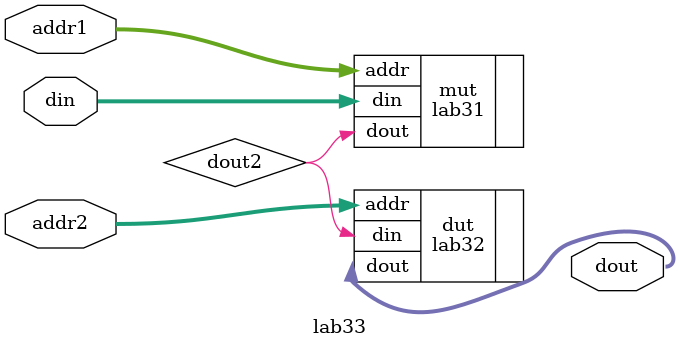
<source format=sv>
`timescale 1ns / 1ps


module lab33(
    input logic [3 : 0] din,
    input logic [1 : 0] addr1,
    input logic [1 : 0] addr2,
    output logic [3 : 0] dout
    );
    logic dout2;
    
    lab31 mut(
    .din (din),
    .addr (addr1),
    .dout (dout2));
    
    lab32 dut(
    .din (dout2),
    .addr (addr2),
    .dout (dout));
    
    
endmodule

</source>
